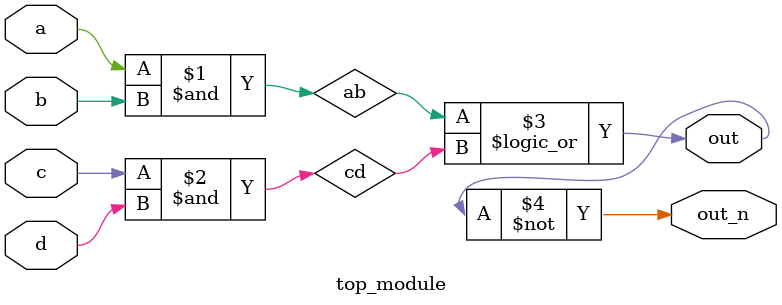
<source format=v>
/*
Problem Statement: Implement the following circuit. Create two intermediate wires (named anything you want) to connect the AND and OR gates together.
                   Note that the wire that feeds the NOT gate is really wire out, so you do not necessarily need to declare a third wire here. 
                   Notice how wires are driven by exactly one source (output of a gate), but can feed multiple inputs.
*/

//Solution:

`default_nettype none
module top_module(
    input a,
    input b,
    input c,
    input d,
    output out,
    output out_n   ); 
    wire ab;
    wire cd;
    assign ab= a&b;
    assign cd=c&d;
    assign out= ab || cd;
    assign out_n=~out;

endmodule

</source>
